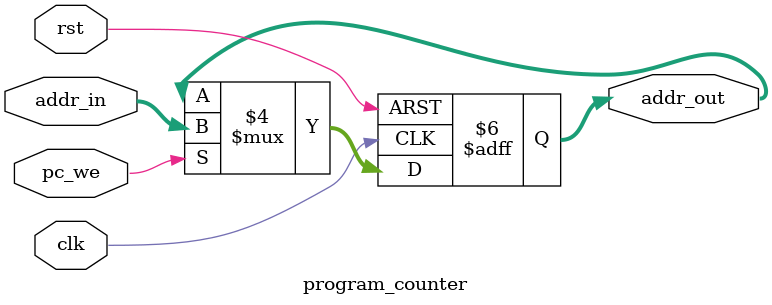
<source format=v>

module program_counter(clk, rst, addr_in, addr_out, pc_we);
    input wire          clk;
    input wire          rst;
    input wire          pc_we;
    input wire [0:31]   addr_in;
    output reg [0:31]   addr_out;

    always @(posedge clk or negedge rst) begin
        if (~rst) begin
            addr_out <= 32'h1000; // Quicksort start addr
            // addr_out <= 32'h0; // Fib, unsignedsum start addr
        end 
        else begin
            if (pc_we) begin
                addr_out <= addr_in;
            end 
            else begin
                addr_out <= addr_out;
            end
        end
    end 

endmodule
</source>
